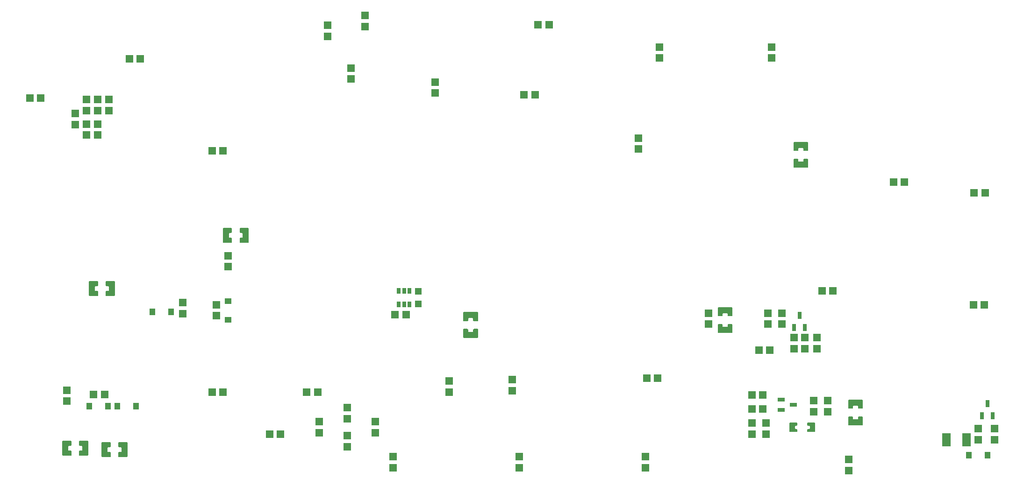
<source format=gbp>
G04 Layer: BottomPasteMaskLayer*
G04 EasyEDA v6.5.39, 2024-02-04 17:57:03*
G04 f6d63844dc264826aa4dc6ae726a4a04,5509f98a9368439c9cde498926e245b9,10*
G04 Gerber Generator version 0.2*
G04 Scale: 100 percent, Rotated: No, Reflected: No *
G04 Dimensions in inches *
G04 leading zeros omitted , absolute positions ,3 integer and 6 decimal *
%FSLAX36Y36*%
%MOIN*%

%AMMACRO1*21,1,$1,$2,0,0,$3*%
%ADD10R,0.0500X0.0500*%
%ADD11MACRO1,0.0236X0.0394X0.0000*%
%ADD12MACRO1,0.0532X0.0555X90.0000*%
%ADD13MACRO1,0.0374X0.0453X0.0000*%
%ADD14MACRO1,0.0532X0.0555X-90.0000*%
%ADD15MACRO1,0.0532X0.0555X0.0000*%
%ADD16R,0.0532X0.0555*%
%ADD17MACRO1,0.025X0.05X90.0000*%
%ADD18MACRO1,0.025X0.05X0.0000*%
%ADD19MACRO1,0.0374X0.0453X90.0000*%
%ADD20MACRO1,0.0935X0.0593X90.0000*%
%ADD21C,0.0195*%

%LPD*%
G36*
X6050780Y871919D02*
G01*
X6046860Y868000D01*
X6046860Y811500D01*
X6050780Y807560D01*
X6078000Y807560D01*
X6081920Y811500D01*
X6081920Y825500D01*
X6085860Y829440D01*
X6114140Y829440D01*
X6118080Y825500D01*
X6118080Y811500D01*
X6122000Y807560D01*
X6149220Y807560D01*
X6153140Y811500D01*
X6153140Y868000D01*
X6149220Y871919D01*
G37*
G36*
X6050780Y752440D02*
G01*
X6046860Y748500D01*
X6046860Y692000D01*
X6050780Y688080D01*
X6149220Y688080D01*
X6153140Y692000D01*
X6153140Y748500D01*
X6149220Y752440D01*
X6122000Y752440D01*
X6118080Y748500D01*
X6118080Y734500D01*
X6114140Y730560D01*
X6085860Y730560D01*
X6081920Y734500D01*
X6081920Y748500D01*
X6078000Y752440D01*
G37*
G36*
X447000Y578160D02*
G01*
X443080Y574220D01*
X443080Y475780D01*
X447000Y471840D01*
X503500Y471840D01*
X507440Y475780D01*
X507440Y503000D01*
X503500Y506920D01*
X489500Y506920D01*
X485560Y510860D01*
X485560Y539140D01*
X489500Y543080D01*
X503500Y543080D01*
X507440Y547000D01*
X507440Y574220D01*
X503500Y578160D01*
G37*
G36*
X566500Y578160D02*
G01*
X562560Y574220D01*
X562560Y547000D01*
X566500Y543080D01*
X580500Y543080D01*
X584440Y539140D01*
X584440Y510860D01*
X580500Y506920D01*
X566500Y506920D01*
X562560Y503000D01*
X562560Y475780D01*
X566500Y471840D01*
X623000Y471840D01*
X626920Y475780D01*
X626920Y574220D01*
X623000Y578160D01*
G37*
G36*
X727000Y568160D02*
G01*
X723080Y564220D01*
X723080Y465780D01*
X727000Y461840D01*
X783500Y461840D01*
X787440Y465780D01*
X787440Y493000D01*
X783500Y496920D01*
X769500Y496920D01*
X765560Y500860D01*
X765560Y529140D01*
X769500Y533080D01*
X783500Y533080D01*
X787440Y537000D01*
X787440Y564220D01*
X783500Y568160D01*
G37*
G36*
X846500Y568160D02*
G01*
X842560Y564220D01*
X842560Y537000D01*
X846500Y533080D01*
X860500Y533080D01*
X864440Y529140D01*
X864440Y500860D01*
X860500Y496920D01*
X846500Y496920D01*
X842560Y493000D01*
X842560Y465780D01*
X846500Y461840D01*
X903000Y461840D01*
X906919Y465780D01*
X906919Y564220D01*
X903000Y568160D01*
G37*
G36*
X637000Y1718160D02*
G01*
X633080Y1714220D01*
X633080Y1615780D01*
X637000Y1611840D01*
X693500Y1611840D01*
X697440Y1615780D01*
X697440Y1643000D01*
X693500Y1646920D01*
X679500Y1646920D01*
X675560Y1650860D01*
X675560Y1679139D01*
X679500Y1683080D01*
X693500Y1683080D01*
X697440Y1687000D01*
X697440Y1714220D01*
X693500Y1718160D01*
G37*
G36*
X756500Y1718160D02*
G01*
X752560Y1714220D01*
X752560Y1687000D01*
X756500Y1683080D01*
X770500Y1683080D01*
X774440Y1679139D01*
X774440Y1650860D01*
X770500Y1646920D01*
X756500Y1646920D01*
X752560Y1643000D01*
X752560Y1615780D01*
X756500Y1611840D01*
X813000Y1611840D01*
X816919Y1615780D01*
X816919Y1714220D01*
X813000Y1718160D01*
G37*
G36*
X1592000Y2098160D02*
G01*
X1588080Y2094220D01*
X1588080Y1995780D01*
X1592000Y1991840D01*
X1648500Y1991840D01*
X1652440Y1995780D01*
X1652440Y2023000D01*
X1648500Y2026920D01*
X1634500Y2026920D01*
X1630560Y2030860D01*
X1630560Y2059139D01*
X1634500Y2063080D01*
X1648500Y2063080D01*
X1652440Y2067000D01*
X1652440Y2094220D01*
X1648500Y2098160D01*
G37*
G36*
X1711500Y2098160D02*
G01*
X1707560Y2094220D01*
X1707560Y2067000D01*
X1711500Y2063080D01*
X1725500Y2063080D01*
X1729440Y2059139D01*
X1729440Y2030860D01*
X1725500Y2026920D01*
X1711500Y2026920D01*
X1707560Y2023000D01*
X1707560Y1995780D01*
X1711500Y1991840D01*
X1768000Y1991840D01*
X1771920Y1995780D01*
X1771920Y2094220D01*
X1768000Y2098160D01*
G37*
G36*
X3305779Y1496920D02*
G01*
X3301860Y1493000D01*
X3301860Y1436500D01*
X3305779Y1432560D01*
X3333000Y1432560D01*
X3336920Y1436500D01*
X3336920Y1450500D01*
X3340860Y1454440D01*
X3369140Y1454440D01*
X3373080Y1450500D01*
X3373080Y1436500D01*
X3377000Y1432560D01*
X3404220Y1432560D01*
X3408140Y1436500D01*
X3408140Y1493000D01*
X3404220Y1496920D01*
G37*
G36*
X3305779Y1377440D02*
G01*
X3301860Y1373500D01*
X3301860Y1317000D01*
X3305779Y1313080D01*
X3404220Y1313080D01*
X3408140Y1317000D01*
X3408140Y1373500D01*
X3404220Y1377440D01*
X3377000Y1377440D01*
X3373080Y1373500D01*
X3373080Y1359500D01*
X3369140Y1355560D01*
X3340860Y1355560D01*
X3336920Y1359500D01*
X3336920Y1373500D01*
X3333000Y1377440D01*
G37*
G36*
X5660780Y2711920D02*
G01*
X5656860Y2708000D01*
X5656860Y2651500D01*
X5660780Y2647559D01*
X5688000Y2647559D01*
X5691920Y2651500D01*
X5691920Y2665500D01*
X5695860Y2669440D01*
X5724140Y2669440D01*
X5728080Y2665500D01*
X5728080Y2651500D01*
X5732000Y2647559D01*
X5759220Y2647559D01*
X5763140Y2651500D01*
X5763140Y2708000D01*
X5759220Y2711920D01*
G37*
G36*
X5660780Y2592440D02*
G01*
X5656860Y2588500D01*
X5656860Y2532000D01*
X5660780Y2528080D01*
X5759220Y2528080D01*
X5763140Y2532000D01*
X5763140Y2588500D01*
X5759220Y2592440D01*
X5732000Y2592440D01*
X5728080Y2588500D01*
X5728080Y2574500D01*
X5724140Y2570560D01*
X5695860Y2570560D01*
X5691920Y2574500D01*
X5691920Y2588500D01*
X5688000Y2592440D01*
G37*
G36*
X5120780Y1412440D02*
G01*
X5116860Y1408500D01*
X5116860Y1352000D01*
X5120780Y1348080D01*
X5219220Y1348080D01*
X5223140Y1352000D01*
X5223140Y1408500D01*
X5219220Y1412440D01*
X5192000Y1412440D01*
X5188080Y1408500D01*
X5188080Y1394500D01*
X5184140Y1390560D01*
X5155860Y1390560D01*
X5151920Y1394500D01*
X5151920Y1408500D01*
X5148000Y1412440D01*
G37*
G36*
X5120780Y1531920D02*
G01*
X5116860Y1528000D01*
X5116860Y1471500D01*
X5120780Y1467560D01*
X5148000Y1467560D01*
X5151920Y1471500D01*
X5151920Y1485500D01*
X5155860Y1489440D01*
X5184140Y1489440D01*
X5188080Y1485500D01*
X5188080Y1471500D01*
X5192000Y1467560D01*
X5219220Y1467560D01*
X5223140Y1471500D01*
X5223140Y1528000D01*
X5219220Y1531920D01*
G37*
G36*
X5632000Y709020D02*
G01*
X5628080Y705080D01*
X5628080Y644920D01*
X5632000Y640980D01*
X5682600Y640980D01*
X5686540Y644920D01*
X5686540Y659500D01*
X5682600Y663439D01*
X5670599Y663439D01*
X5666660Y667380D01*
X5666660Y682620D01*
X5670599Y686560D01*
X5682600Y686560D01*
X5686540Y690500D01*
X5686540Y705080D01*
X5682600Y709020D01*
G37*
G36*
X5757400Y709020D02*
G01*
X5753460Y705080D01*
X5753460Y690500D01*
X5757400Y686560D01*
X5769400Y686560D01*
X5773339Y682620D01*
X5773339Y667380D01*
X5769400Y663439D01*
X5757400Y663439D01*
X5753460Y659500D01*
X5753460Y644920D01*
X5757400Y640980D01*
X5808000Y640980D01*
X5811920Y644920D01*
X5811920Y705080D01*
X5808000Y709020D01*
G37*
D10*
G01*
X2980000Y1645000D03*
G01*
X2980000Y1555000D03*
D11*
G01*
X2842599Y1647245D03*
G01*
X2880000Y1647245D03*
G01*
X2917400Y1647245D03*
G01*
X2917400Y1552754D03*
G01*
X2880000Y1552754D03*
G01*
X2842599Y1552754D03*
D12*
G01*
X7019375Y1549995D03*
G01*
X6940630Y1549995D03*
D13*
G01*
X1083370Y1500000D03*
G01*
X1216630Y1500000D03*
D14*
G01*
X1920630Y624995D03*
G01*
X1999375Y624995D03*
D15*
G01*
X6050005Y444370D03*
D16*
G01*
X6050000Y365630D03*
D17*
G01*
X5658310Y835000D03*
G01*
X5571689Y797600D03*
G01*
X5571689Y872399D03*
D15*
G01*
X5460005Y625625D03*
D16*
G01*
X5460000Y704369D03*
D14*
G01*
X5360630Y804995D03*
G01*
X5439375Y804995D03*
D15*
G01*
X5800005Y785625D03*
D16*
G01*
X5800000Y864369D03*
D15*
G01*
X5900005Y864370D03*
D16*
G01*
X5900000Y785630D03*
D18*
G01*
X7040000Y843310D03*
G01*
X7077399Y756689D03*
G01*
X7002600Y756689D03*
G01*
X5700000Y1473310D03*
G01*
X5737399Y1386689D03*
G01*
X5662600Y1386689D03*
D14*
G01*
X289375Y3024995D03*
G01*
X210629Y3024995D03*
D16*
G01*
X2275000Y635630D03*
D15*
G01*
X2275005Y714370D03*
D16*
G01*
X5825000Y1314369D03*
D15*
G01*
X5825005Y1235625D03*
D16*
G01*
X2675000Y714369D03*
D15*
G01*
X2675005Y635625D03*
D16*
G01*
X2800000Y464369D03*
D15*
G01*
X2800005Y385625D03*
D16*
G01*
X1625000Y1899369D03*
D15*
G01*
X1625000Y1820625D03*
D14*
G01*
X1589375Y924995D03*
G01*
X1510630Y924995D03*
G01*
X2264375Y924995D03*
G01*
X2185630Y924995D03*
D16*
G01*
X3700000Y464369D03*
D15*
G01*
X3700005Y385625D03*
D16*
G01*
X3650000Y1014369D03*
D15*
G01*
X3650005Y935625D03*
D12*
G01*
X4610630Y1024995D03*
G01*
X4689375Y1024995D03*
D16*
G01*
X3200000Y925630D03*
D15*
G01*
X3200005Y1004370D03*
D16*
G01*
X4600000Y464369D03*
D15*
G01*
X4600005Y385625D03*
D12*
G01*
X5860630Y1649995D03*
G01*
X5939375Y1649995D03*
D16*
G01*
X4550000Y2739369D03*
D15*
G01*
X4550005Y2660625D03*
D16*
G01*
X3100000Y3060630D03*
D15*
G01*
X3100005Y3139370D03*
D14*
G01*
X3814375Y3049995D03*
G01*
X3735630Y3049995D03*
D16*
G01*
X2600000Y3614369D03*
D15*
G01*
X2600005Y3535625D03*
D16*
G01*
X5500000Y3310630D03*
D15*
G01*
X5500005Y3389370D03*
D16*
G01*
X4700000Y3310630D03*
D15*
G01*
X4700005Y3389370D03*
D16*
G01*
X5050000Y1410630D03*
D15*
G01*
X5050005Y1489370D03*
D16*
G01*
X2500000Y3239369D03*
D15*
G01*
X2500005Y3160625D03*
D14*
G01*
X7024375Y2349995D03*
G01*
X6945630Y2349995D03*
G01*
X6449375Y2424995D03*
G01*
X6370630Y2424995D03*
G01*
X999375Y3304995D03*
G01*
X920629Y3304995D03*
D16*
G01*
X475000Y939369D03*
D15*
G01*
X475004Y860625D03*
D13*
G01*
X766630Y825000D03*
G01*
X633369Y825000D03*
G01*
X833369Y825000D03*
G01*
X966630Y825000D03*
D14*
G01*
X665629Y909995D03*
G01*
X744375Y909995D03*
D15*
G01*
X535004Y2914370D03*
D16*
G01*
X535000Y2835630D03*
D15*
G01*
X615004Y3014370D03*
D16*
G01*
X615000Y2935630D03*
D15*
G01*
X695004Y3014370D03*
D16*
G01*
X695000Y2935630D03*
D15*
G01*
X775004Y3014370D03*
D16*
G01*
X775000Y2935630D03*
D15*
G01*
X615004Y2839370D03*
D16*
G01*
X615000Y2760630D03*
D15*
G01*
X695004Y2760625D03*
D16*
G01*
X695000Y2839369D03*
D19*
G01*
X1625000Y1576630D03*
G01*
X1625000Y1443370D03*
D15*
G01*
X1540000Y1470625D03*
D16*
G01*
X1540000Y1549369D03*
D15*
G01*
X2475005Y814370D03*
D16*
G01*
X2475000Y735630D03*
D15*
G01*
X2475005Y614370D03*
D16*
G01*
X2475000Y535630D03*
D12*
G01*
X1589375Y2649995D03*
G01*
X1510630Y2649995D03*
D15*
G01*
X7090005Y664370D03*
D16*
G01*
X7090000Y585630D03*
D15*
G01*
X6975005Y664370D03*
D16*
G01*
X6975000Y585630D03*
D15*
G01*
X5575005Y1489370D03*
D16*
G01*
X5575000Y1410630D03*
D15*
G01*
X5475005Y1489370D03*
D16*
G01*
X5475000Y1410630D03*
D12*
G01*
X5489375Y1224995D03*
G01*
X5410630Y1224995D03*
G01*
X5439375Y904995D03*
G01*
X5360630Y904995D03*
G01*
X5739375Y1234995D03*
G01*
X5660630Y1234995D03*
G01*
X5739375Y1314995D03*
G01*
X5660630Y1314995D03*
D15*
G01*
X2335005Y3465625D03*
D16*
G01*
X2335000Y3544369D03*
D15*
G01*
X5360005Y625625D03*
D16*
G01*
X5360000Y704369D03*
D14*
G01*
X3835630Y3549995D03*
G01*
X3914375Y3549995D03*
D16*
G01*
X1300000Y1485630D03*
D15*
G01*
X1300000Y1564370D03*
D20*
G01*
X6746750Y585000D03*
G01*
X6893249Y585000D03*
D13*
G01*
X7041630Y475000D03*
G01*
X6908370Y475000D03*
D14*
G01*
X2894375Y1479995D03*
G01*
X2815630Y1479995D03*
M02*

</source>
